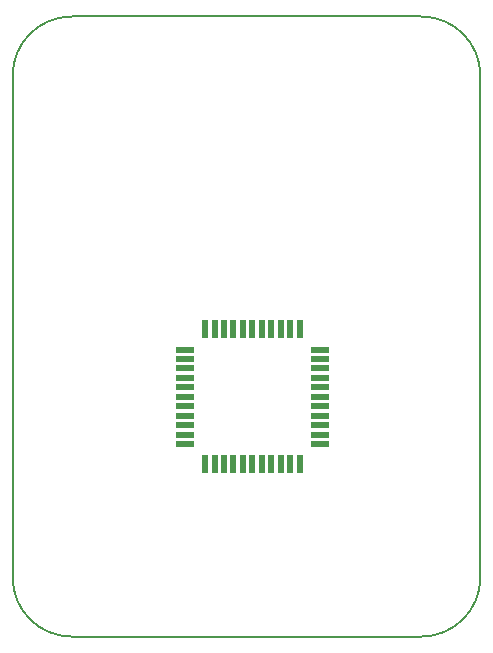
<source format=gbr>
G04 #@! TF.GenerationSoftware,KiCad,Pcbnew,5.1.4-e60b266~84~ubuntu19.04.1*
G04 #@! TF.CreationDate,2019-08-10T13:04:31+03:00*
G04 #@! TF.ProjectId,BRK-QFP-44-10x10-P0.8,42524b2d-5146-4502-9d34-342d31307831,v1.0*
G04 #@! TF.SameCoordinates,Original*
G04 #@! TF.FileFunction,Paste,Top*
G04 #@! TF.FilePolarity,Positive*
%FSLAX46Y46*%
G04 Gerber Fmt 4.6, Leading zero omitted, Abs format (unit mm)*
G04 Created by KiCad (PCBNEW 5.1.4-e60b266~84~ubuntu19.04.1) date 2019-08-10 13:04:31*
%MOMM*%
%LPD*%
G04 APERTURE LIST*
%ADD10C,0.150000*%
%ADD11R,0.550000X1.500000*%
%ADD12R,1.500000X0.550000*%
G04 APERTURE END LIST*
D10*
X73400000Y-30400000D02*
G75*
G02X78400000Y-35400000I0J-5000000D01*
G01*
X38800000Y-35400000D02*
G75*
G02X43800000Y-30400000I5000000J0D01*
G01*
X78400000Y-77900000D02*
G75*
G02X73400000Y-82900000I-5000000J0D01*
G01*
X43800000Y-82900000D02*
G75*
G02X38800000Y-77900000I0J5000000D01*
G01*
X73400000Y-82900000D02*
X43800000Y-82900000D01*
X78400000Y-35400000D02*
X78400000Y-77900000D01*
X43800000Y-30400000D02*
X73400000Y-30400000D01*
X38800000Y-77900000D02*
X38800000Y-35400000D01*
D11*
X55100000Y-56900000D03*
X55900000Y-56900000D03*
X56700000Y-56900000D03*
X57500000Y-56900000D03*
X58300000Y-56900000D03*
X59100000Y-56900000D03*
X59900000Y-56900000D03*
X60700000Y-56900000D03*
X61500000Y-56900000D03*
X62300000Y-56900000D03*
X63100000Y-56900000D03*
D12*
X64800000Y-58600000D03*
X64800000Y-59400000D03*
X64800000Y-60200000D03*
X64800000Y-61000000D03*
X64800000Y-61800000D03*
X64800000Y-62600000D03*
X64800000Y-63400000D03*
X64800000Y-64200000D03*
X64800000Y-65000000D03*
X64800000Y-65800000D03*
X64800000Y-66600000D03*
D11*
X63100000Y-68300000D03*
X62300000Y-68300000D03*
X61500000Y-68300000D03*
X60700000Y-68300000D03*
X59900000Y-68300000D03*
X59100000Y-68300000D03*
X58300000Y-68300000D03*
X57500000Y-68300000D03*
X56700000Y-68300000D03*
X55900000Y-68300000D03*
X55100000Y-68300000D03*
D12*
X53400000Y-66600000D03*
X53400000Y-65800000D03*
X53400000Y-65000000D03*
X53400000Y-64200000D03*
X53400000Y-63400000D03*
X53400000Y-62600000D03*
X53400000Y-61800000D03*
X53400000Y-61000000D03*
X53400000Y-60200000D03*
X53400000Y-59400000D03*
X53400000Y-58600000D03*
M02*

</source>
